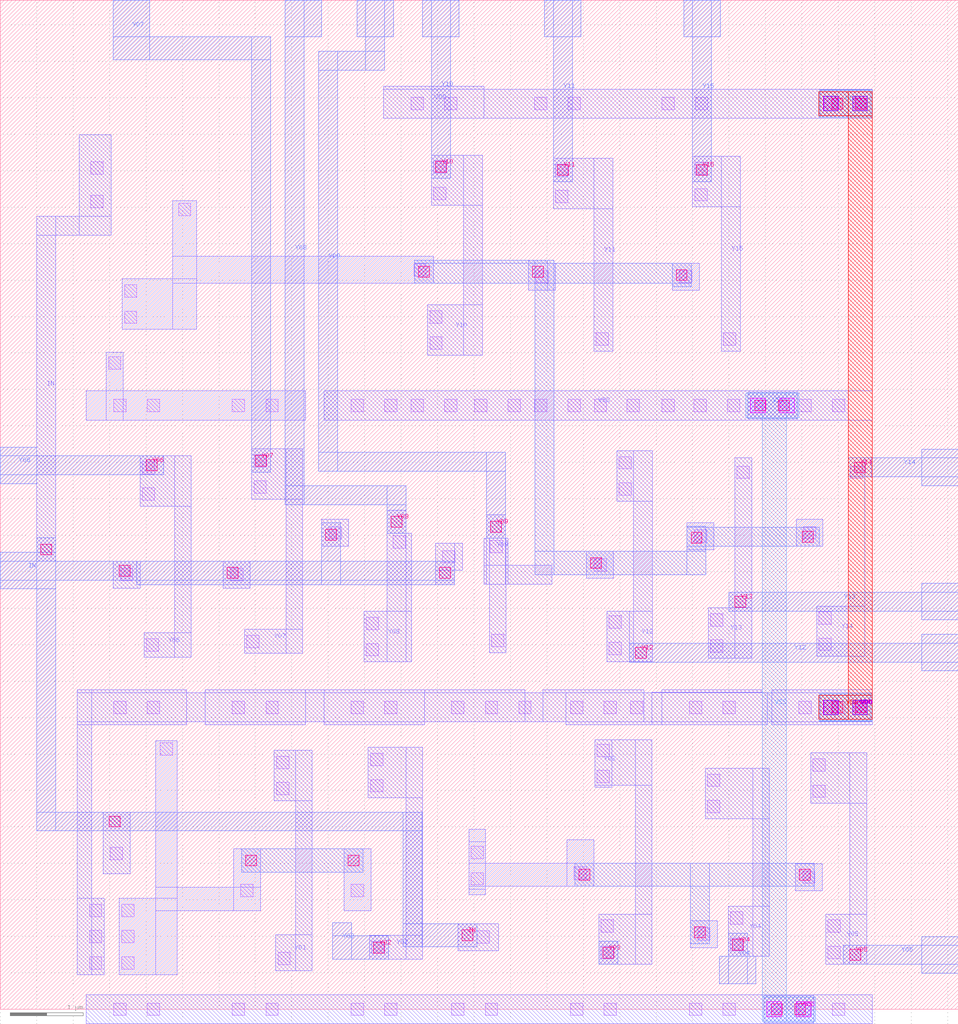
<source format=lef>
VERSION 5.8 ;
BUSBITCHARS "[]" ;
DIVIDERCHAR "/" ;

PROPERTYDEFINITIONS
  MACRO CatenaDesignType STRING ;
  MACRO oaTaper STRING ;
END PROPERTYDEFINITIONS

MACRO pre_therm
  CLASS CORE ;
  ORIGIN 0 0 ;
  FOREIGN pre_therm 0 0 ;
  SIZE 13.145 BY 13.835 ;
  SYMMETRY X Y ;
  SITE CoreSite ;
  PIN Y15
    DIRECTION INPUT ;
    USE SIGNAL ;
    PORT
      LAYER met1 ;
        RECT 9.5 11.005 10.155 11.695 ;
        RECT 9.895 9.025 10.155 11.695 ;
      LAYER met2 ;
        RECT 9.38 13.335 9.88 13.835 ;
        RECT 9.5 11.35 9.76 13.835 ;
      LAYER via ;
        RECT 9.555 11.435 9.705 11.585 ;
    END
  END Y15
  PIN Y14
    DIRECTION OUTPUT ;
    USE SIGNAL ;
    PORT
      LAYER met1 ;
        RECT 11.635 7.3 11.955 7.56 ;
        RECT 11.635 4.84 11.865 7.56 ;
        RECT 11.205 4.84 11.865 5.53 ;
      LAYER met2 ;
        RECT 12.645 7.18 13.145 7.68 ;
        RECT 11.635 7.3 13.145 7.56 ;
      LAYER via ;
        RECT 11.72 7.355 11.87 7.505 ;
    END
  END Y14
  PIN Y13
    DIRECTION OUTPUT ;
    USE SIGNAL ;
    PORT
      LAYER met1 ;
        RECT 9.995 5.46 10.315 5.72 ;
        RECT 10.08 4.815 10.31 7.56 ;
        RECT 9.715 4.815 10.31 5.505 ;
      LAYER met2 ;
        RECT 12.645 5.34 13.145 5.84 ;
        RECT 9.995 5.46 13.145 5.72 ;
      LAYER via ;
        RECT 10.08 5.515 10.23 5.665 ;
    END
  END Y13
  PIN Y12
    DIRECTION OUTPUT ;
    USE SIGNAL ;
    PORT
      LAYER met1 ;
        RECT 8.46 6.97 8.95 7.66 ;
        RECT 8.69 4.76 8.95 7.66 ;
        RECT 8.325 4.765 8.95 5.455 ;
        RECT 8.63 4.76 8.95 5.455 ;
      LAYER met2 ;
        RECT 12.645 4.64 13.145 5.14 ;
        RECT 8.63 4.76 13.145 5.02 ;
      LAYER via ;
        RECT 8.715 4.815 8.865 4.965 ;
    END
  END Y12
  PIN Y11
    DIRECTION INPUT ;
    USE SIGNAL ;
    PORT
      LAYER met1 ;
        RECT 7.59 10.98 8.405 11.67 ;
        RECT 8.145 9.025 8.405 11.67 ;
      LAYER met2 ;
        RECT 7.47 13.335 7.97 13.835 ;
        RECT 7.59 11.35 7.85 13.835 ;
      LAYER via ;
        RECT 7.645 11.435 7.795 11.585 ;
    END
  END Y11
  PIN Y10
    DIRECTION INPUT ;
    USE SIGNAL ;
    PORT
      LAYER met1 ;
        RECT 5.915 11.025 6.615 11.715 ;
        RECT 6.355 8.97 6.615 11.715 ;
        RECT 5.865 8.97 6.615 9.66 ;
      LAYER met2 ;
        RECT 5.795 13.335 6.295 13.835 ;
        RECT 5.915 11.395 6.175 13.835 ;
      LAYER via ;
        RECT 5.97 11.48 6.12 11.63 ;
    END
  END Y10
  PIN Y09
    DIRECTION INPUT ;
    USE SIGNAL ;
    PORT
      LAYER met1 ;
        RECT 6.64 5.83 7.57 6.09 ;
        RECT 6.64 5.83 6.97 6.46 ;
        RECT 6.71 4.89 6.94 6.46 ;
        RECT 6.675 5.83 6.935 6.78 ;
      LAYER met2 ;
        RECT 4.37 7.38 6.935 7.64 ;
        RECT 6.675 6.46 6.935 7.64 ;
        RECT 4.895 13.335 5.395 13.835 ;
        RECT 5.015 12.875 5.275 13.835 ;
        RECT 4.37 12.875 5.275 13.135 ;
        RECT 4.37 7.38 4.63 13.135 ;
      LAYER via ;
        RECT 6.73 6.545 6.88 6.695 ;
    END
  END Y09
  PIN Y08
    DIRECTION INPUT ;
    USE SIGNAL ;
    PORT
      LAYER met1 ;
        RECT 5.31 4.765 5.64 6.525 ;
        RECT 5.31 4.765 5.57 6.845 ;
        RECT 4.99 4.765 5.64 5.455 ;
      LAYER met2 ;
        RECT 3.91 6.92 5.57 7.18 ;
        RECT 5.31 6.525 5.57 7.18 ;
        RECT 3.91 13.335 4.41 13.835 ;
        RECT 3.91 6.92 4.17 13.835 ;
      LAYER via ;
        RECT 5.365 6.61 5.515 6.76 ;
    END
  END Y08
  PIN Y07
    DIRECTION INPUT ;
    USE SIGNAL ;
    PORT
      LAYER met1 ;
        RECT 3.45 6.995 4.15 7.685 ;
        RECT 3.92 4.88 4.15 7.685 ;
        RECT 3.35 4.88 4.15 5.21 ;
      LAYER met2 ;
        RECT 1.55 13.02 3.71 13.34 ;
        RECT 3.45 7.365 3.71 13.34 ;
        RECT 1.55 13.02 2.05 13.84 ;
      LAYER via ;
        RECT 3.505 7.45 3.655 7.6 ;
    END
  END Y07
  PIN Y06
    DIRECTION INPUT ;
    USE SIGNAL ;
    PORT
      LAYER met1 ;
        RECT 1.92 6.9 2.62 7.59 ;
        RECT 2.39 4.83 2.62 7.59 ;
        RECT 1.975 4.83 2.62 5.16 ;
      LAYER met2 ;
        RECT 0 7.33 2.24 7.59 ;
        RECT 0 7.21 0.5 7.71 ;
      LAYER via ;
        RECT 2.005 7.385 2.155 7.535 ;
    END
  END Y06
  PIN Y05
    DIRECTION OUTPUT ;
    USE SIGNAL ;
    PORT
      LAYER met1 ;
        RECT 11.12 2.825 11.89 3.515 ;
        RECT 11.66 0.615 11.89 3.515 ;
        RECT 11.325 0.615 11.89 1.305 ;
      LAYER met2 ;
        RECT 12.645 0.495 13.145 0.995 ;
        RECT 11.57 0.615 13.145 0.875 ;
      LAYER via ;
        RECT 11.655 0.67 11.805 0.82 ;
    END
  END Y05
  PIN Y04
    DIRECTION OUTPUT ;
    USE SIGNAL ;
    PORT
      LAYER met1 ;
        RECT 9.675 2.615 10.555 3.305 ;
        RECT 10.325 0.725 10.555 3.305 ;
        RECT 9.99 0.725 10.555 1.415 ;
      LAYER met2 ;
        RECT 9.87 0.35 10.37 0.725 ;
        RECT 9.99 0.35 10.25 1.045 ;
      LAYER via ;
        RECT 10.045 0.81 10.195 0.96 ;
    END
  END Y04
  PIN Y03
    DIRECTION OUTPUT ;
    USE SIGNAL ;
    PORT
      LAYER met1 ;
        RECT 8.16 3.07 8.945 3.695 ;
        RECT 8.715 0.615 8.945 3.695 ;
        RECT 8.215 0.615 8.945 1.305 ;
        RECT 8.16 3.045 8.39 3.695 ;
      LAYER met2 ;
        RECT 8.215 0.615 8.475 0.935 ;
      LAYER via ;
        RECT 8.27 0.7 8.42 0.85 ;
    END
  END Y03
  PIN Y02
    DIRECTION OUTPUT ;
    USE SIGNAL ;
    PORT
      LAYER met1 ;
        RECT 5.05 2.9 5.795 3.59 ;
        RECT 5.565 0.685 5.795 3.59 ;
        RECT 5.065 0.685 5.795 1.015 ;
      LAYER met2 ;
        RECT 4.56 0.685 5.325 1.005 ;
        RECT 4.56 0.685 4.82 1.185 ;
      LAYER via ;
        RECT 5.12 0.77 5.27 0.92 ;
    END
  END Y02
  PIN Y01
    DIRECTION OUTPUT ;
    USE SIGNAL ;
    PORT
      LAYER met1 ;
        RECT 3.76 2.86 4.28 3.55 ;
        RECT 4.055 0.525 4.28 3.55 ;
        RECT 3.78 0.525 4.28 1.025 ;
    END
  END Y01
  PIN VSS
    DIRECTION OUTPUT ;
    USE GROUND ;
    SHAPE ABUTMENT ;
    PORT
      LAYER met3 ;
        RECT 10.455 -0.165 11.185 0.165 ;
        RECT 10.23 8.115 10.96 8.445 ;
        RECT 10.455 -0.165 10.785 8.445 ;
      LAYER met1 ;
        RECT 1.18 -0.2 11.965 0.2 ;
        RECT 4.44 8.08 11.965 8.48 ;
      LAYER met2 ;
        RECT 10.48 -0.185 11.16 0.185 ;
        RECT 10.255 8.095 10.935 8.465 ;
      LAYER via ;
        RECT 10.355 8.205 10.505 8.355 ;
        RECT 10.58 -0.075 10.73 0.075 ;
        RECT 10.675 8.205 10.825 8.355 ;
        RECT 10.9 -0.075 11.05 0.075 ;
      LAYER via2 ;
        RECT 10.295 8.18 10.495 8.38 ;
        RECT 10.52 -0.1 10.72 0.1 ;
        RECT 10.695 8.18 10.895 8.38 ;
        RECT 10.92 -0.1 11.12 0.1 ;
    END
  END VSS
  PIN VDD
    DIRECTION OUTPUT ;
    USE POWER ;
    SHAPE ABUTMENT ;
    PORT
      LAYER met4 ;
        RECT 11.235 12.255 11.965 12.585 ;
        RECT 11.635 3.975 11.965 12.585 ;
        RECT 11.235 3.975 11.965 4.305 ;
      LAYER met3 ;
        RECT 11.24 3.95 11.96 4.33 ;
        RECT 11.23 3.975 11.96 4.305 ;
        RECT 11.24 12.23 11.96 12.61 ;
        RECT 11.23 12.255 11.96 12.585 ;
      LAYER met1 ;
        RECT 10.585 3.9 11.965 4.38 ;
        RECT 1.055 3.94 11.965 4.34 ;
        RECT 7.765 3.9 10.525 4.34 ;
        RECT 9.08 3.9 10.46 4.38 ;
        RECT 8.945 3.9 10.46 4.345 ;
        RECT 7.45 3.94 8.83 4.38 ;
        RECT 2.81 3.94 7.2 4.38 ;
        RECT 4.44 3.9 5.82 4.38 ;
        RECT 2.81 3.9 4.19 4.38 ;
        RECT 1.055 3.9 2.56 4.38 ;
        RECT 1.055 0.47 1.425 1.52 ;
        RECT 1.055 0.47 1.255 4.38 ;
        RECT 5.26 12.22 11.965 12.62 ;
        RECT 5.26 12.22 6.64 12.66 ;
      LAYER met2 ;
        RECT 11.255 3.955 11.935 4.325 ;
        RECT 11.255 12.235 11.935 12.605 ;
      LAYER via ;
        RECT 11.41 12.345 11.56 12.495 ;
        RECT 11.41 4.065 11.56 4.215 ;
        RECT 11.73 12.345 11.88 12.495 ;
        RECT 11.73 4.065 11.88 4.215 ;
      LAYER via2 ;
        RECT 11.295 12.32 11.495 12.52 ;
        RECT 11.295 4.04 11.495 4.24 ;
        RECT 11.695 12.32 11.895 12.52 ;
        RECT 11.695 4.04 11.895 4.24 ;
      LAYER via3 ;
        RECT 11.3 12.32 11.5 12.52 ;
        RECT 11.3 4.04 11.5 4.24 ;
        RECT 11.7 12.32 11.9 12.52 ;
        RECT 11.7 4.04 11.9 4.24 ;
    END
  END VDD
  PIN IN
    DIRECTION INPUT ;
    USE SIGNAL ;
    PORT
      LAYER met1 ;
        RECT 6.28 0.805 6.835 1.175 ;
        RECT 5.97 6.02 6.34 6.39 ;
        RECT 5.97 5.825 6.23 6.39 ;
        RECT 4.41 6.35 4.78 6.72 ;
        RECT 3.06 5.775 3.43 6.145 ;
        RECT 1.55 5.775 1.92 6.145 ;
        RECT 1.41 1.855 1.78 2.705 ;
        RECT 1.085 10.615 1.525 11.995 ;
        RECT 0.5 10.615 1.525 10.875 ;
        RECT 0.5 6.145 0.76 10.875 ;
      LAYER met2 ;
        RECT 5.525 0.855 6.54 1.175 ;
        RECT 0 5.885 6.23 6.145 ;
        RECT 1.87 5.825 6.23 6.145 ;
        RECT 0.5 2.445 5.785 2.705 ;
        RECT 5.525 0.855 5.785 2.705 ;
        RECT 4.41 5.825 4.67 6.67 ;
        RECT 0.5 2.445 0.76 6.465 ;
        RECT 0 5.765 0.76 6.265 ;
      LAYER via ;
        RECT 0.555 6.23 0.705 6.38 ;
        RECT 1.495 2.5 1.645 2.65 ;
        RECT 1.635 5.94 1.785 6.09 ;
        RECT 3.115 5.91 3.265 6.06 ;
        RECT 4.465 6.435 4.615 6.585 ;
        RECT 6.025 5.91 6.175 6.06 ;
        RECT 6.335 0.94 6.485 1.09 ;
    END
  END IN
  OBS
    LAYER mcon ;
      RECT 11.665 7.28 11.835 7.45 ;
      RECT 11.42 -0.085 11.59 0.085 ;
      RECT 11.42 4.055 11.59 4.225 ;
      RECT 11.42 8.195 11.59 8.365 ;
      RECT 11.355 0.695 11.525 0.865 ;
      RECT 11.355 1.055 11.525 1.225 ;
      RECT 11.235 4.92 11.405 5.09 ;
      RECT 11.235 5.28 11.405 5.45 ;
      RECT 11.15 2.905 11.32 3.075 ;
      RECT 11.15 3.265 11.32 3.435 ;
      RECT 11.02 6.45 11.19 6.62 ;
      RECT 11.01 1.725 11.18 1.895 ;
      RECT 10.96 -0.085 11.13 0.085 ;
      RECT 10.96 4.055 11.13 4.225 ;
      RECT 10.96 8.195 11.13 8.365 ;
      RECT 10.11 7.28 10.28 7.45 ;
      RECT 10.02 0.805 10.19 0.975 ;
      RECT 10.02 1.165 10.19 1.335 ;
      RECT 9.98 8.195 10.15 8.365 ;
      RECT 9.925 9.105 10.095 9.275 ;
      RECT 9.915 -0.085 10.085 0.085 ;
      RECT 9.915 4.055 10.085 4.225 ;
      RECT 9.745 4.895 9.915 5.065 ;
      RECT 9.745 5.255 9.915 5.425 ;
      RECT 9.705 2.695 9.875 2.865 ;
      RECT 9.705 3.055 9.875 3.225 ;
      RECT 9.57 0.945 9.74 1.115 ;
      RECT 9.54 12.335 9.71 12.505 ;
      RECT 9.53 11.085 9.7 11.255 ;
      RECT 9.53 11.445 9.7 11.615 ;
      RECT 9.525 6.405 9.695 6.575 ;
      RECT 9.52 8.195 9.69 8.365 ;
      RECT 9.455 -0.085 9.625 0.085 ;
      RECT 9.455 4.055 9.625 4.225 ;
      RECT 9.32 9.96 9.49 10.13 ;
      RECT 9.08 8.195 9.25 8.365 ;
      RECT 9.08 12.335 9.25 12.505 ;
      RECT 8.645 4.055 8.815 4.225 ;
      RECT 8.6 8.195 8.77 8.365 ;
      RECT 8.49 7.05 8.66 7.22 ;
      RECT 8.49 7.41 8.66 7.58 ;
      RECT 8.355 4.865 8.525 5.035 ;
      RECT 8.355 5.225 8.525 5.395 ;
      RECT 8.285 -0.085 8.455 0.085 ;
      RECT 8.285 4.055 8.455 4.225 ;
      RECT 8.245 0.695 8.415 0.865 ;
      RECT 8.245 1.055 8.415 1.225 ;
      RECT 8.19 3.105 8.36 3.275 ;
      RECT 8.19 3.465 8.36 3.635 ;
      RECT 8.175 9.105 8.345 9.275 ;
      RECT 8.15 8.195 8.32 8.365 ;
      RECT 8.145 6.01 8.315 6.18 ;
      RECT 7.875 1.785 8.045 1.955 ;
      RECT 7.825 -0.085 7.995 0.085 ;
      RECT 7.825 4.055 7.995 4.225 ;
      RECT 7.79 8.195 7.96 8.365 ;
      RECT 7.79 12.335 7.96 12.505 ;
      RECT 7.62 11.06 7.79 11.23 ;
      RECT 7.62 11.42 7.79 11.59 ;
      RECT 7.35 9.96 7.52 10.13 ;
      RECT 7.33 8.195 7.5 8.365 ;
      RECT 7.33 12.335 7.5 12.505 ;
      RECT 7.115 4.055 7.285 4.225 ;
      RECT 6.97 8.195 7.14 8.365 ;
      RECT 6.74 4.97 6.91 5.14 ;
      RECT 6.72 6.26 6.89 6.43 ;
      RECT 6.655 -0.085 6.825 0.085 ;
      RECT 6.655 4.055 6.825 4.225 ;
      RECT 6.545 0.905 6.715 1.075 ;
      RECT 6.51 8.195 6.68 8.365 ;
      RECT 6.46 1.705 6.63 1.875 ;
      RECT 6.46 2.065 6.63 2.235 ;
      RECT 6.195 -0.085 6.365 0.085 ;
      RECT 6.195 4.055 6.365 4.225 ;
      RECT 6.095 8.195 6.265 8.365 ;
      RECT 6.095 12.335 6.265 12.505 ;
      RECT 6.07 6.12 6.24 6.29 ;
      RECT 5.945 11.105 6.115 11.275 ;
      RECT 5.945 11.465 6.115 11.635 ;
      RECT 5.895 9.05 6.065 9.22 ;
      RECT 5.895 9.41 6.065 9.58 ;
      RECT 5.675 10.055 5.845 10.225 ;
      RECT 5.635 8.195 5.805 8.365 ;
      RECT 5.635 12.335 5.805 12.505 ;
      RECT 5.39 6.325 5.56 6.495 ;
      RECT 5.275 -0.085 5.445 0.085 ;
      RECT 5.275 4.055 5.445 4.225 ;
      RECT 5.275 8.195 5.445 8.365 ;
      RECT 5.095 0.765 5.265 0.935 ;
      RECT 5.08 2.98 5.25 3.15 ;
      RECT 5.08 3.34 5.25 3.51 ;
      RECT 5.02 4.845 5.19 5.015 ;
      RECT 5.02 5.205 5.19 5.375 ;
      RECT 4.815 -0.085 4.985 0.085 ;
      RECT 4.815 1.545 4.985 1.715 ;
      RECT 4.815 4.055 4.985 4.225 ;
      RECT 4.815 8.195 4.985 8.365 ;
      RECT 4.51 6.45 4.68 6.62 ;
      RECT 3.81 0.61 3.98 0.78 ;
      RECT 3.79 2.94 3.96 3.11 ;
      RECT 3.79 3.3 3.96 3.47 ;
      RECT 3.645 -0.085 3.815 0.085 ;
      RECT 3.645 4.055 3.815 4.225 ;
      RECT 3.645 8.195 3.815 8.365 ;
      RECT 3.48 7.075 3.65 7.245 ;
      RECT 3.48 7.435 3.65 7.605 ;
      RECT 3.38 4.96 3.55 5.13 ;
      RECT 3.3 1.545 3.47 1.715 ;
      RECT 3.185 -0.085 3.355 0.085 ;
      RECT 3.185 4.055 3.355 4.225 ;
      RECT 3.185 8.195 3.355 8.365 ;
      RECT 3.16 5.875 3.33 6.045 ;
      RECT 2.445 10.885 2.615 11.055 ;
      RECT 2.195 3.485 2.365 3.655 ;
      RECT 2.015 -0.085 2.185 0.085 ;
      RECT 2.015 4.055 2.185 4.225 ;
      RECT 2.015 8.195 2.185 8.365 ;
      RECT 2.005 4.91 2.175 5.08 ;
      RECT 1.95 6.98 2.12 7.15 ;
      RECT 1.95 7.34 2.12 7.51 ;
      RECT 1.705 9.405 1.875 9.575 ;
      RECT 1.705 9.765 1.875 9.935 ;
      RECT 1.665 0.55 1.835 0.72 ;
      RECT 1.665 0.91 1.835 1.08 ;
      RECT 1.665 1.27 1.835 1.44 ;
      RECT 1.65 5.875 1.82 6.045 ;
      RECT 1.555 -0.085 1.725 0.085 ;
      RECT 1.555 4.055 1.725 4.225 ;
      RECT 1.555 8.195 1.725 8.365 ;
      RECT 1.51 2.05 1.68 2.22 ;
      RECT 1.485 8.78 1.655 8.95 ;
      RECT 1.24 10.99 1.41 11.16 ;
      RECT 1.24 11.45 1.41 11.62 ;
      RECT 1.225 0.55 1.395 0.72 ;
      RECT 1.225 0.91 1.395 1.08 ;
      RECT 1.225 1.27 1.395 1.44 ;
    LAYER met1 ;
      RECT 10.91 1.625 11.17 2.005 ;
      RECT 10.91 1.625 11.28 1.995 ;
      RECT 6.435 1.57 6.66 2.47 ;
      RECT 7.775 1.685 8.145 2.325 ;
      RECT 6.43 1.645 6.66 2.295 ;
      RECT 6.43 1.685 8.145 2.005 ;
      RECT 7.25 9.86 7.51 10.275 ;
      RECT 7.25 9.86 7.62 10.23 ;
      RECT 2.365 9.325 2.695 11.085 ;
      RECT 2.365 9.955 5.945 10.325 ;
      RECT 1.675 9.325 2.695 10.015 ;
      RECT 1.455 8.08 1.685 9.01 ;
      RECT 1.18 8.08 4.19 8.48 ;
      RECT 2.135 0.47 2.425 3.685 ;
      RECT 3.2 1.35 3.57 2.2 ;
      RECT 2.135 1.35 3.57 1.67 ;
      RECT 1.635 0.47 2.425 1.52 ;
      RECT 10.92 6.35 11.29 6.72 ;
      RECT 9.47 0.845 9.84 1.215 ;
      RECT 9.425 6.305 9.795 6.675 ;
      RECT 9.22 9.86 9.59 10.23 ;
      RECT 8.045 5.91 8.415 6.28 ;
      RECT 4.715 1.35 5.085 2.2 ;
    LAYER via ;
      RECT 11.005 6.405 11.155 6.555 ;
      RECT 10.965 1.77 11.115 1.92 ;
      RECT 9.525 0.98 9.675 1.13 ;
      RECT 9.48 6.39 9.63 6.54 ;
      RECT 9.275 9.995 9.425 10.145 ;
      RECT 8.1 6.045 8.25 6.195 ;
      RECT 7.94 1.77 8.09 1.92 ;
      RECT 7.305 10.04 7.455 10.19 ;
      RECT 5.74 10.04 5.89 10.19 ;
      RECT 4.77 1.965 4.92 2.115 ;
      RECT 3.365 1.965 3.515 2.115 ;
    LAYER met2 ;
      RECT 5.685 9.955 7.595 10.275 ;
      RECT 7.335 5.96 7.595 10.275 ;
      RECT 5.685 9.955 9.48 10.23 ;
      RECT 9.22 9.91 9.48 10.23 ;
      RECT 9.425 5.96 9.685 6.625 ;
      RECT 9.425 6.35 11.24 6.61 ;
      RECT 7.335 5.96 9.685 6.28 ;
      RECT 7.885 1.685 11.17 2.005 ;
      RECT 9.47 0.895 9.73 2.005 ;
      RECT 3.31 1.88 4.975 2.2 ;
  END
  PROPERTY CatenaDesignType "deviceLevel" ;
  PROPERTY oaTaper "virtuosoDefaultSetup" ;
END pre_therm

END LIBRARY

</source>
